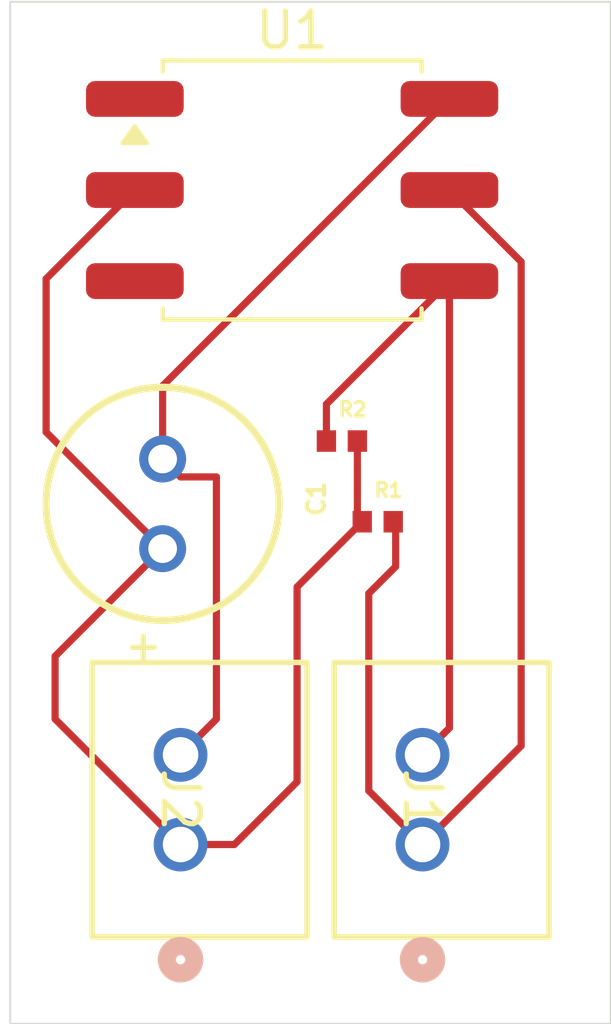
<source format=kicad_pcb>
(kicad_pcb (version 20241229) (generator "pcbnew") (generator_version "9.0")
  (layers (0 "F.Cu" signal) (2 "B.Cu" signal) (13 "F.Paste" user) (15 "B.Paste" user) (5 "F.SilkS" user "F.Silkscreen") (7 "B.SilkS" user "B.Silkscreen") (1 "F.Mask" user) (3 "B.Mask" user) (25 "Edge.Cuts" user))
  (net 0 "")
  (net 1 "+5V")
  (net 2 "Net-(U1-SDA)")
  (net 3 "Net-(U1-SCL)")
  (net 6 "GND")
  (footprint "footprints:CONN_B2B-XH-A_JST" (layer "F.Cu") (at 116.5 78.5 -90)
    (property "Reference" "J2" (at -1.25 0 270) (layer "F.SilkS"))
    (property "Value" "B2B-XH-A")
    (fp_line (start -5.077 2.467399) (end 2.577 2.467399) (stroke (width 0.1524)) (layer "F.SilkS"))
    (fp_line (start 2.577 2.467399) (end 2.577 -3.527001) (stroke (width 0.1524)) (layer "F.SilkS"))
    (fp_line (start -5.077 -3.527001) (end -5.077 2.467399) (stroke (width 0.1524)) (layer "F.SilkS"))
    (fp_line (start 2.577 -3.527001) (end -5.077 -3.527001) (stroke (width 0.1524)) (layer "F.SilkS"))
    (fp_circle (center 3.212 0) (end 3.593 0) (stroke (width 0.508)) (fill no) (layer "F.SilkS"))
    (fp_circle (center 3.212 0) (end 3.593 0) (stroke (width 0.508)) (fill no) (layer "B.SilkS"))
    (pad "1" thru_hole circle (at 0 0 270) (size 1.4986 1.4986) (drill 0.9906) (layers "*.Cu" "*.Mask") (net 1 "+5V"))
    (pad "2" thru_hole circle (at -2.5 0 270) (size 1.4986 1.4986) (drill 0.9906) (layers "*.Cu" "*.Mask") (net 6 "GND"))
  )
  (footprint "Sensor_Pressure:CFSensor_XGZP6859D_7x7mm" (layer "F.Cu") (at 119.6125 60.25)
    (property "Reference" "U1" (at 0 -4.45 0) (layer "F.SilkS"))
    (property "Value" "XGZP6859D")
    (fp_line (start -3.61 -3.61) (end 3.61 -3.61) (stroke (width 0.12)) (layer "F.SilkS"))
    (fp_line (start -3.61 -3.3) (end -3.61 -3.61) (stroke (width 0.12)) (layer "F.SilkS"))
    (fp_line (start -3.61 3.61) (end -3.61 3.3) (stroke (width 0.12)) (layer "F.SilkS"))
    (fp_line (start 3.61 -3.61) (end 3.61 -3.3) (stroke (width 0.12)) (layer "F.SilkS"))
    (fp_line (start 3.61 3.3) (end 3.61 3.61) (stroke (width 0.12)) (layer "F.SilkS"))
    (fp_line (start 3.61 3.61) (end -3.61 3.61) (stroke (width 0.12)) (layer "F.SilkS"))
    (fp_poly (pts (xy -4.39 -1.78) (xy -4.05 -1.31) (xy -4.73 -1.31)) (stroke (width 0.12)) (fill yes) (layer "F.SilkS"))
    (pad "1" smd roundrect (at -4.3875 -2.54) (size 2.725 1) (layers "F.Cu" "F.Mask" "F.Paste"))
    (pad "2" smd roundrect (at -4.3875 0) (size 2.725 1) (layers "F.Cu" "F.Mask" "F.Paste") (net 1 "+5V"))
    (pad "3" smd roundrect (at -4.3875 2.54) (size 2.725 1) (layers "F.Cu" "F.Mask" "F.Paste"))
    (pad "4" smd roundrect (at 4.3875 2.54) (size 2.725 1) (layers "F.Cu" "F.Mask" "F.Paste") (net 2 "Net-(U1-SDA)"))
    (pad "5" smd roundrect (at 4.3875 0) (size 2.725 1) (layers "F.Cu" "F.Mask" "F.Paste") (net 3 "Net-(U1-SCL)"))
    (pad "6" smd roundrect (at 4.3875 -2.54) (size 2.725 1) (layers "F.Cu" "F.Mask" "F.Paste") (net 6 "GND"))
  )
  (footprint "footprints:CONN_B2B-XH-A_JST" (layer "F.Cu") (at 123.25 78.5 -90)
    (property "Reference" "J1" (at -1.25 0 270) (layer "F.SilkS"))
    (property "Value" "B2B-XH-A")
    (fp_line (start -5.077 2.467399) (end 2.577 2.467399) (stroke (width 0.1524)) (layer "F.SilkS"))
    (fp_line (start 2.577 2.467399) (end 2.577 -3.527001) (stroke (width 0.1524)) (layer "F.SilkS"))
    (fp_line (start -5.077 -3.527001) (end -5.077 2.467399) (stroke (width 0.1524)) (layer "F.SilkS"))
    (fp_line (start 2.577 -3.527001) (end -5.077 -3.527001) (stroke (width 0.1524)) (layer "F.SilkS"))
    (fp_circle (center 3.212 0) (end 3.593 0) (stroke (width 0.508)) (fill no) (layer "F.SilkS"))
    (fp_circle (center 3.212 0) (end 3.593 0) (stroke (width 0.508)) (fill no) (layer "B.SilkS"))
    (pad "1" thru_hole circle (at 0 0 270) (size 1.4986 1.4986) (drill 0.9906) (layers "*.Cu" "*.Mask") (net 3 "Net-(U1-SCL)"))
    (pad "2" thru_hole circle (at -2.5 0 270) (size 1.4986 1.4986) (drill 0.9906) (layers "*.Cu" "*.Mask") (net 2 "Net-(U1-SDA)"))
  )
  (footprint "footprints:RESC1005X40N" (layer "F.Cu") (at 121 67.25)
    (property "Reference" "R2" (at 0.3 -0.88 0) (layer "F.SilkS") (effects (font (size 0.393701 0.393701))))
    (property "Value" "4.7k")
    (pad "1" smd rect (at -0.432 0) (size 0.54 0.6) (layers "F.Cu" "F.Mask" "F.Paste") (net 2 "Net-(U1-SDA)"))
    (pad "2" smd rect (at 0.432 0) (size 0.54 0.6) (layers "F.Cu" "F.Mask" "F.Paste") (net 1 "+5V"))
  )
  (footprint "footprints:WCAP-ATUL_6.3X11_DXL_" (layer "F.Cu") (at 116 69 -90)
    (property "Reference" "C1" (at -0.14 -4.2848 90) (layer "F.SilkS") (effects (font (size 0.48 0.48))))
    (property "Value" "100nF")
    (fp_circle (center 0 0) (end 3.25 0) (stroke (width 0.2)) (fill no) (layer "F.SilkS"))
    (fp_text user "+" (at 4 0.6 90) (layer "F.SilkS") (effects (font (size 0.8 0.8))))
    (pad "1" thru_hole circle (at 1.25 0 270) (size 1.308 1.308) (drill 0.8) (layers "*.Cu" "*.Mask") (net 1 "+5V"))
    (pad "2" thru_hole circle (at -1.25 0 270) (size 1.308 1.308) (drill 0.8) (layers "*.Cu" "*.Mask") (net 6 "GND"))
  )
  (footprint "footprints:RESC1005X40N" (layer "F.Cu") (at 122 69.5)
    (property "Reference" "R1" (at 0.3 -0.88 0) (layer "F.SilkS") (effects (font (size 0.393701 0.393701))))
    (property "Value" "4.7k")
    (pad "1" smd rect (at -0.432 0) (size 0.54 0.6) (layers "F.Cu" "F.Mask" "F.Paste") (net 1 "+5V"))
    (pad "2" smd rect (at 0.432 0) (size 0.54 0.6) (layers "F.Cu" "F.Mask" "F.Paste") (net 3 "Net-(U1-SCL)"))
  )
  (gr_rect (start 111.75 55) (end 128.5 83.5) (stroke (width 0.05)) (fill no) (layer "Edge.Cuts"))
  (segment (start 113 75) (end 116.5 78.5) (width 0.2) (layer "F.Cu") (net 1))
  (segment (start 113 73.25) (end 113 75) (width 0.2) (layer "F.Cu") (net 1))
  (segment (start 121.432 69.364) (end 121.568 69.5) (width 0.2) (layer "F.Cu") (net 1))
  (segment (start 119.75 76.75) (end 118 78.5) (width 0.2) (layer "F.Cu") (net 1))
  (segment (start 112.75 67) (end 116 70.25) (width 0.2) (layer "F.Cu") (net 1))
  (segment (start 116 70.25) (end 113 73.25) (width 0.2) (layer "F.Cu") (net 1))
  (segment (start 121.568 69.5) (end 119.75 71.318) (width 0.2) (layer "F.Cu") (net 1))
  (segment (start 115.225 60.25) (end 112.75 62.725) (width 0.2) (layer "F.Cu") (net 1))
  (segment (start 119.75 71.318) (end 119.75 76.75) (width 0.2) (layer "F.Cu") (net 1))
  (segment (start 118 78.5) (end 116.5 78.5) (width 0.2) (layer "F.Cu") (net 1))
  (segment (start 121.432 67.25) (end 121.432 69.364) (width 0.2) (layer "F.Cu") (net 1))
  (segment (start 112.75 62.725) (end 112.75 67) (width 0.2) (layer "F.Cu") (net 1))
  (segment (start 124 75.25) (end 123.25 76) (width 0.2) (layer "F.Cu") (net 2))
  (segment (start 120.568 67.25) (end 120.568 66.222) (width 0.2) (layer "F.Cu") (net 2))
  (segment (start 124 62.79) (end 124 75.25) (width 0.2) (layer "F.Cu") (net 2))
  (segment (start 120.568 66.222) (end 124 62.79) (width 0.2) (layer "F.Cu") (net 2))
  (segment (start 122.5 69.568) (end 122.432 69.5) (width 0.2) (layer "F.Cu") (net 3))
  (segment (start 121.75 71.5) (end 122.5 70.75) (width 0.2) (layer "F.Cu") (net 3))
  (segment (start 122.5 70.75) (end 122.5 69.568) (width 0.2) (layer "F.Cu") (net 3))
  (segment (start 126 62.25) (end 124 60.25) (width 0.2) (layer "F.Cu") (net 3))
  (segment (start 126 75.75) (end 126 62.25) (width 0.2) (layer "F.Cu") (net 3))
  (segment (start 123.25 78.5) (end 121.75 77) (width 0.2) (layer "F.Cu") (net 3))
  (segment (start 121.75 77) (end 121.75 71.5) (width 0.2) (layer "F.Cu") (net 3))
  (segment (start 123.25 78.5) (end 126 75.75) (width 0.2) (layer "F.Cu") (net 3))
  (segment (start 116 67.75) (end 116 65.71) (width 0.2) (layer "F.Cu") (net 6))
  (segment (start 117.5 68.25) (end 116.5 68.25) (width 0.2) (layer "F.Cu") (net 6))
  (segment (start 116 65.71) (end 124 57.71) (width 0.2) (layer "F.Cu") (net 6))
  (segment (start 116.5 68.25) (end 116 67.75) (width 0.2) (layer "F.Cu") (net 6))
  (segment (start 116.5 76) (end 117.5 75) (width 0.2) (layer "F.Cu") (net 6))
  (segment (start 117.5 75) (end 117.5 68.25) (width 0.2) (layer "F.Cu") (net 6))
)
</source>
